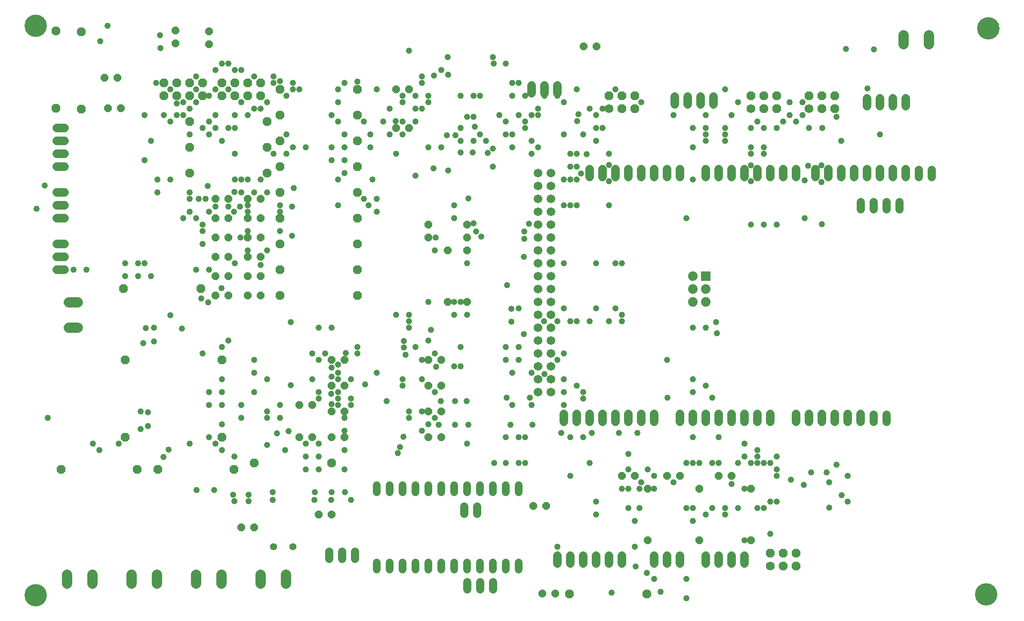
<source format=gbr>
G04 EAGLE Gerber RS-274X export*
G75*
%MOMM*%
%FSLAX34Y34*%
%LPD*%
%INSoldermask Bottom*%
%IPPOS*%
%AMOC8*
5,1,8,0,0,1.08239X$1,22.5*%
G01*
%ADD10C,4.403200*%
%ADD11C,1.711200*%
%ADD12C,1.711200*%
%ADD13C,1.625600*%
%ADD14C,1.879600*%
%ADD15R,1.879600X1.879600*%
%ADD16C,1.727200*%
%ADD17P,1.869504X8X22.500000*%
%ADD18C,1.727200*%
%ADD19C,1.993900*%
%ADD20P,1.649562X8X22.500000*%
%ADD21P,1.649562X8X292.500000*%
%ADD22P,1.869504X8X202.500000*%
%ADD23P,1.869504X8X112.500000*%
%ADD24P,1.649562X8X202.500000*%
%ADD25P,1.649562X8X112.500000*%
%ADD26C,1.524000*%
%ADD27P,1.869504X8X292.500000*%
%ADD28C,1.209600*%
%ADD29C,1.409600*%


D10*
X78000Y-57000D03*
X78000Y1065000D03*
X1954000Y1060000D03*
X1949000Y-56000D03*
D11*
X1701800Y284560D02*
X1701800Y299640D01*
X1676400Y299640D02*
X1676400Y284560D01*
X1651000Y284560D02*
X1651000Y299640D01*
X1625600Y299640D02*
X1625600Y284560D01*
X1600200Y284560D02*
X1600200Y299640D01*
X1574800Y299640D02*
X1574800Y284560D01*
X1574800Y767160D02*
X1574800Y782240D01*
X1549400Y782240D02*
X1549400Y767160D01*
X1524000Y767160D02*
X1524000Y782240D01*
X1498600Y782240D02*
X1498600Y767160D01*
X1473200Y767160D02*
X1473200Y782240D01*
X1447800Y782240D02*
X1447800Y767160D01*
X1422400Y767160D02*
X1422400Y782240D01*
X1397000Y782240D02*
X1397000Y767160D01*
X1346200Y767160D02*
X1346200Y782240D01*
X1320800Y782240D02*
X1320800Y767160D01*
X1270000Y767160D02*
X1270000Y782240D01*
X1244600Y782240D02*
X1244600Y767160D01*
X1219200Y767160D02*
X1219200Y782240D01*
X1193800Y782240D02*
X1193800Y767160D01*
X1168400Y767160D02*
X1168400Y782240D01*
X1790700Y782240D02*
X1790700Y767160D01*
X1765300Y767160D02*
X1765300Y782240D01*
X1739900Y782240D02*
X1739900Y767160D01*
X1714500Y767160D02*
X1714500Y782240D01*
X1689100Y782240D02*
X1689100Y767160D01*
X1663700Y767160D02*
X1663700Y782240D01*
X1638300Y782240D02*
X1638300Y767160D01*
X1612900Y767160D02*
X1612900Y782240D01*
D12*
X1066800Y342900D03*
X1092200Y342900D03*
X1092200Y368300D03*
X1066800Y368300D03*
X1066800Y393700D03*
X1092200Y393700D03*
X1092200Y419100D03*
X1066800Y419100D03*
X1066800Y444500D03*
X1092200Y444500D03*
X1066800Y469900D03*
X1092200Y469900D03*
X1092200Y495300D03*
X1066800Y495300D03*
X1066800Y520700D03*
X1092200Y520700D03*
X1092200Y546100D03*
X1066800Y546100D03*
X1092200Y571500D03*
X1066800Y571500D03*
X1066800Y596900D03*
X1092200Y596900D03*
X1092200Y622300D03*
X1066800Y622300D03*
X1066800Y647700D03*
X1092200Y647700D03*
X1066800Y673100D03*
X1092200Y673100D03*
X1092200Y698500D03*
X1066800Y698500D03*
X1066800Y723900D03*
X1092200Y723900D03*
X1092200Y749300D03*
X1066800Y749300D03*
X1092200Y774700D03*
X1066800Y774700D03*
D11*
X1295400Y767160D02*
X1295400Y782240D01*
X1295400Y299640D02*
X1295400Y284560D01*
X1270000Y284560D02*
X1270000Y299640D01*
X1219200Y299640D02*
X1219200Y284560D01*
X1193800Y284560D02*
X1193800Y299640D01*
X1168400Y299640D02*
X1168400Y284560D01*
X1143000Y284560D02*
X1143000Y299640D01*
X1117600Y299640D02*
X1117600Y284560D01*
X1244600Y284560D02*
X1244600Y299640D01*
X1524000Y299640D02*
X1524000Y284560D01*
X1498600Y284560D02*
X1498600Y299640D01*
X1447800Y299640D02*
X1447800Y284560D01*
X1422400Y284560D02*
X1422400Y299640D01*
X1397000Y299640D02*
X1397000Y284560D01*
X1371600Y284560D02*
X1371600Y299640D01*
X1346200Y299640D02*
X1346200Y284560D01*
X1473200Y284560D02*
X1473200Y299640D01*
D13*
X1701800Y704088D02*
X1701800Y718312D01*
X1727200Y718312D02*
X1727200Y704088D01*
X1752600Y704088D02*
X1752600Y718312D01*
X1778000Y718312D02*
X1778000Y704088D01*
X1727200Y299212D02*
X1727200Y284988D01*
X1752600Y284988D02*
X1752600Y299212D01*
X1816100Y767588D02*
X1816100Y781812D01*
X1841500Y781812D02*
X1841500Y767588D01*
D14*
X1371600Y571500D03*
X1371600Y546100D03*
X1371600Y520700D03*
X1397000Y520700D03*
X1397000Y546100D03*
D15*
X1397000Y571500D03*
D11*
X1790700Y767160D02*
X1790700Y782240D01*
D16*
X1600200Y901700D03*
D17*
X1625600Y901700D03*
X1651000Y901700D03*
X1600200Y927100D03*
X1625600Y927100D03*
X1651000Y927100D03*
D16*
X1485900Y901700D03*
D17*
X1511300Y901700D03*
X1536700Y901700D03*
X1485900Y927100D03*
X1511300Y927100D03*
X1536700Y927100D03*
D18*
X134620Y584200D02*
X119380Y584200D01*
X119380Y609600D02*
X134620Y609600D01*
X134620Y635000D02*
X119380Y635000D01*
X119380Y685800D02*
X134620Y685800D01*
X134620Y711200D02*
X119380Y711200D01*
X119380Y736600D02*
X134620Y736600D01*
D19*
X394100Y-16447D02*
X394100Y-34354D01*
X444100Y-34354D02*
X444100Y-16447D01*
X521100Y-16447D02*
X521100Y-34354D01*
X571100Y-34354D02*
X571100Y-16447D01*
D20*
X1231900Y177800D03*
X1257300Y177800D03*
X1320800Y177800D03*
X1346200Y177800D03*
X1422400Y177800D03*
X1447800Y177800D03*
D21*
X1282700Y152400D03*
X1282700Y50800D03*
X1384300Y152400D03*
X1384300Y50800D03*
X1485900Y152400D03*
X1485900Y50800D03*
D17*
X444500Y927100D03*
X469900Y927100D03*
X495300Y927100D03*
X520700Y927100D03*
X444500Y952500D03*
X469900Y952500D03*
X495300Y952500D03*
X520700Y952500D03*
X330200Y927100D03*
X355600Y927100D03*
X381000Y927100D03*
X406400Y927100D03*
X330200Y952500D03*
X355600Y952500D03*
X381000Y952500D03*
X406400Y952500D03*
D19*
X161354Y520300D02*
X143447Y520300D01*
X143447Y470300D02*
X161354Y470300D01*
D18*
X1295400Y20320D02*
X1295400Y5080D01*
X1320800Y5080D02*
X1320800Y20320D01*
X1346200Y20320D02*
X1346200Y5080D01*
D17*
X558800Y736600D03*
X711200Y736600D03*
X558800Y787400D03*
X711200Y787400D03*
X558800Y685800D03*
X711200Y685800D03*
X558800Y838200D03*
X711200Y838200D03*
X558800Y889000D03*
X711200Y889000D03*
X558800Y939800D03*
X711200Y939800D03*
D22*
X711200Y635000D03*
X558800Y635000D03*
X711200Y584200D03*
X558800Y584200D03*
X533400Y774700D03*
X381000Y774700D03*
X711200Y533400D03*
X558800Y533400D03*
X533400Y876300D03*
X381000Y876300D03*
X533400Y825500D03*
X381000Y825500D03*
D20*
X495300Y723900D03*
X520700Y723900D03*
X431800Y723900D03*
X457200Y723900D03*
X495300Y685800D03*
X520700Y685800D03*
X431800Y685800D03*
X457200Y685800D03*
X495300Y647700D03*
X520700Y647700D03*
X431800Y647700D03*
X457200Y647700D03*
X495300Y609600D03*
X520700Y609600D03*
X431800Y609600D03*
X457200Y609600D03*
X431800Y571500D03*
X457200Y571500D03*
X495300Y571500D03*
X520700Y571500D03*
X431800Y533400D03*
X457200Y533400D03*
X495300Y533400D03*
X520700Y533400D03*
D16*
X1206500Y901700D03*
D17*
X1231900Y901700D03*
X1257300Y901700D03*
X1206500Y927100D03*
X1231900Y927100D03*
X1257300Y927100D03*
D18*
X1054100Y932180D02*
X1054100Y947420D01*
X1079500Y947420D02*
X1079500Y932180D01*
X1104900Y932180D02*
X1104900Y947420D01*
D23*
X444500Y254000D03*
X444500Y406400D03*
X254000Y254000D03*
X254000Y406400D03*
D20*
X596900Y254000D03*
X622300Y254000D03*
D24*
X685800Y355600D03*
X660400Y355600D03*
D20*
X850900Y406400D03*
X876300Y406400D03*
X850900Y355600D03*
X876300Y355600D03*
D24*
X685800Y406400D03*
X660400Y406400D03*
D20*
X596900Y317500D03*
X622300Y317500D03*
D18*
X134620Y787400D02*
X119380Y787400D01*
X119380Y812800D02*
X134620Y812800D01*
X134620Y838200D02*
X119380Y838200D01*
X119380Y863600D02*
X134620Y863600D01*
D17*
X508000Y203200D03*
X660400Y203200D03*
D16*
X1524000Y0D03*
D17*
X1549400Y0D03*
X1574800Y0D03*
X1524000Y25400D03*
X1549400Y25400D03*
X1574800Y25400D03*
D19*
X267100Y-16447D02*
X267100Y-34354D01*
X317100Y-34354D02*
X317100Y-16447D01*
X140100Y-16447D02*
X140100Y-34354D01*
X190100Y-34354D02*
X190100Y-16447D01*
D18*
X1104900Y5080D02*
X1104900Y20320D01*
X1130300Y20320D02*
X1130300Y5080D01*
X1155700Y5080D02*
X1155700Y20320D01*
X1181100Y20320D02*
X1181100Y5080D01*
X1206500Y5080D02*
X1206500Y20320D01*
X1231900Y20320D02*
X1231900Y5080D01*
D25*
X850900Y647700D03*
X850900Y673100D03*
X889000Y520700D03*
X889000Y622300D03*
X927100Y647700D03*
X927100Y673100D03*
X927100Y520700D03*
X927100Y622300D03*
D20*
X787400Y863600D03*
X812800Y863600D03*
X787400Y939800D03*
X812800Y939800D03*
D18*
X1714500Y922020D02*
X1714500Y906780D01*
X1739900Y906780D02*
X1739900Y922020D01*
X1765300Y922020D02*
X1765300Y906780D01*
X1790700Y906780D02*
X1790700Y922020D01*
X1397000Y20320D02*
X1397000Y5080D01*
X1422400Y5080D02*
X1422400Y20320D01*
X1447800Y20320D02*
X1447800Y5080D01*
X1473200Y5080D02*
X1473200Y20320D01*
D22*
X468630Y190500D03*
X318770Y190500D03*
X278130Y190500D03*
X128270Y190500D03*
D18*
X1412240Y910590D02*
X1412240Y925830D01*
X1386840Y925830D02*
X1386840Y910590D01*
X1361440Y910590D02*
X1361440Y925830D01*
X1336040Y925830D02*
X1336040Y910590D01*
D20*
X850900Y254000D03*
X876300Y254000D03*
X850900Y304800D03*
X876300Y304800D03*
D24*
X685800Y304800D03*
X660400Y304800D03*
X685800Y254000D03*
X660400Y254000D03*
D13*
X977900Y-30988D02*
X977900Y-45212D01*
X952500Y-45212D02*
X952500Y-30988D01*
X927100Y-30988D02*
X927100Y-45212D01*
X706500Y14788D02*
X706500Y29012D01*
X681100Y29012D02*
X681100Y14788D01*
X655700Y14788D02*
X655700Y29012D01*
D20*
X482600Y76200D03*
X508000Y76200D03*
D13*
X946900Y103688D02*
X946900Y117912D01*
X921500Y117912D02*
X921500Y103688D01*
D24*
X660400Y101600D03*
X635000Y101600D03*
D26*
X749300Y6604D02*
X749300Y-6604D01*
X774700Y-6604D02*
X774700Y6604D01*
X800100Y6604D02*
X800100Y-6604D01*
X825500Y-6604D02*
X825500Y6604D01*
X850900Y6604D02*
X850900Y-6604D01*
X876300Y-6604D02*
X876300Y6604D01*
X901700Y6604D02*
X901700Y-6604D01*
X927100Y-6604D02*
X927100Y6604D01*
X952500Y6604D02*
X952500Y-6604D01*
X977900Y-6604D02*
X977900Y6604D01*
X1003300Y6604D02*
X1003300Y-6604D01*
X1028700Y-6604D02*
X1028700Y6604D01*
X1028700Y145796D02*
X1028700Y159004D01*
X1003300Y159004D02*
X1003300Y145796D01*
X977900Y145796D02*
X977900Y159004D01*
X952500Y159004D02*
X952500Y145796D01*
X927100Y145796D02*
X927100Y159004D01*
X901700Y159004D02*
X901700Y145796D01*
X876300Y145796D02*
X876300Y159004D01*
X850900Y159004D02*
X850900Y145796D01*
X825500Y145796D02*
X825500Y159004D01*
X800100Y159004D02*
X800100Y145796D01*
X774700Y145796D02*
X774700Y159004D01*
X749300Y159004D02*
X749300Y145796D01*
D25*
X353600Y1030300D03*
X353600Y1055700D03*
X419300Y1029200D03*
X419300Y1054600D03*
D20*
X213800Y963000D03*
X239200Y963000D03*
X220100Y903000D03*
X245500Y903000D03*
D23*
X118000Y902500D03*
X118000Y1054900D03*
D27*
X167700Y1053300D03*
X167700Y900900D03*
D24*
X1083500Y118500D03*
X1058100Y118500D03*
D17*
X251200Y547000D03*
X403600Y547000D03*
D19*
X1837000Y1028747D02*
X1837000Y1046654D01*
X1787000Y1046654D02*
X1787000Y1028747D01*
D22*
X1281200Y-55000D03*
X1128800Y-55000D03*
D24*
X1100700Y-54000D03*
X1075300Y-54000D03*
D20*
X1157300Y1025000D03*
X1182700Y1025000D03*
D28*
X1536700Y673100D03*
X1536700Y863600D03*
X1587500Y889000D03*
X1562100Y889000D03*
X1511300Y863600D03*
X1511300Y825500D03*
X1511300Y812800D03*
X1511300Y673100D03*
X1587500Y914400D03*
X1562100Y914400D03*
X1485900Y863600D03*
X1485900Y825500D03*
X1485900Y812800D03*
X1485900Y790400D03*
X1485900Y759000D03*
X1485900Y673100D03*
X1549400Y876300D03*
X1498600Y876300D03*
X1574800Y876300D03*
X862600Y967200D03*
X838200Y952500D03*
X861600Y784400D03*
X800100Y850900D03*
X787400Y495300D03*
X812800Y495300D03*
X863600Y622300D03*
X865600Y647700D03*
X806600Y416600D03*
X863600Y419100D03*
X800100Y355600D03*
X863600Y342900D03*
X812800Y292100D03*
X863600Y292100D03*
X1147000Y890500D03*
X1168400Y901700D03*
X1270000Y914400D03*
X1333500Y889000D03*
X1397000Y889000D03*
X1447800Y889000D03*
X1460500Y914400D03*
X342900Y939800D03*
X393700Y939800D03*
X940000Y886000D03*
X905000Y849000D03*
X888000Y849000D03*
X890000Y780000D03*
X940000Y676000D03*
X930000Y725000D03*
X366000Y468000D03*
X418000Y520000D03*
X1676400Y177800D03*
X1676400Y127000D03*
X1358900Y-63500D03*
X1358900Y-25400D03*
X1219400Y939800D03*
X1435100Y939800D03*
X901700Y711200D03*
X901700Y685800D03*
X850900Y520700D03*
X856400Y465900D03*
X825500Y431800D03*
X803100Y431300D03*
X838200Y406400D03*
X838200Y368300D03*
X850900Y279400D03*
X812800Y304800D03*
X838200Y304800D03*
X850900Y927100D03*
X952500Y927100D03*
X1028700Y952500D03*
X1143000Y939800D03*
X978400Y823000D03*
X1041400Y876300D03*
X1028700Y889000D03*
X1016000Y927100D03*
X800100Y368300D03*
X1257300Y38100D03*
X1104900Y38100D03*
X980600Y203200D03*
X927100Y241300D03*
X323000Y1047000D03*
X324000Y1021000D03*
X812800Y1016000D03*
X1728000Y1019000D03*
X1716000Y942000D03*
X343000Y495000D03*
X404000Y528000D03*
X586000Y745000D03*
X583000Y709000D03*
X583000Y651000D03*
X444000Y548000D03*
X795000Y235000D03*
X1117600Y342900D03*
X1155700Y342900D03*
X1219200Y508000D03*
X1219200Y596900D03*
X1358900Y685800D03*
X1371600Y762000D03*
X1371600Y825500D03*
X1371600Y863600D03*
X1397000Y863600D03*
X1435100Y863600D03*
X1231900Y495300D03*
X1231900Y596900D03*
X1592500Y685800D03*
X1592500Y760500D03*
X1598700Y789400D03*
X1600200Y863600D03*
X1231900Y152400D03*
X1257300Y88900D03*
X1371600Y88900D03*
X1333500Y165100D03*
X1447800Y161600D03*
X1473200Y50800D03*
X1295400Y177800D03*
X1295400Y152400D03*
X979900Y990600D03*
X964900Y838200D03*
X1371600Y342900D03*
X1320800Y406400D03*
X1231900Y482600D03*
X1206500Y482600D03*
X1168400Y482600D03*
X1143000Y482600D03*
X1130300Y482600D03*
X1104900Y482600D03*
X1079300Y482600D03*
X1028700Y508000D03*
X1244600Y221400D03*
X1244600Y190500D03*
X1244600Y152400D03*
X1244600Y114300D03*
X1259000Y-1000D03*
X1212000Y-52000D03*
X609600Y190500D03*
X609600Y215900D03*
X726400Y358100D03*
X673100Y342900D03*
X711200Y419100D03*
X688300Y420100D03*
X660400Y469900D03*
X647700Y419100D03*
X533400Y239300D03*
X569300Y229100D03*
X533400Y292100D03*
X558800Y292100D03*
X220000Y1065000D03*
X205000Y1035000D03*
X952500Y850900D03*
X942800Y866600D03*
X914400Y838200D03*
X914400Y815300D03*
X927100Y885500D03*
X914400Y863600D03*
X609600Y825500D03*
X584200Y825500D03*
X546100Y812800D03*
X469900Y812800D03*
X469900Y762000D03*
X431800Y939800D03*
X431800Y889000D03*
X469900Y889000D03*
X469900Y863600D03*
X469000Y738000D03*
X393700Y965200D03*
X315500Y952500D03*
X368300Y685800D03*
X393700Y685800D03*
X495300Y660400D03*
X558800Y660400D03*
X685800Y774700D03*
X685800Y800100D03*
X685800Y825500D03*
X685800Y850900D03*
X736600Y850900D03*
X736600Y825500D03*
X850900Y825500D03*
X876300Y825500D03*
X317500Y762000D03*
X342900Y762000D03*
X990600Y889000D03*
X1003300Y990600D03*
X939800Y838200D03*
X938300Y815800D03*
X945000Y660000D03*
X1040000Y660000D03*
X955000Y650000D03*
X1040000Y645000D03*
X1016000Y952500D03*
X977900Y1003300D03*
X546100Y952500D03*
X520700Y762000D03*
X533400Y736600D03*
X495300Y622300D03*
X533400Y622300D03*
X939800Y927100D03*
X914400Y927100D03*
X508000Y901700D03*
X495300Y889000D03*
X495300Y762000D03*
X508000Y736600D03*
X890000Y968700D03*
X889000Y1003300D03*
X481100Y647700D03*
X480600Y709200D03*
X457200Y709200D03*
X432300Y708700D03*
X412600Y724400D03*
X417100Y749800D03*
X304800Y838200D03*
X876300Y977900D03*
X838200Y965200D03*
X546100Y965200D03*
X508000Y965200D03*
X342900Y876300D03*
X419100Y850900D03*
X482600Y914400D03*
X457200Y939800D03*
X457200Y863600D03*
X398900Y723900D03*
X406400Y673100D03*
X406400Y660400D03*
X406400Y635000D03*
X482600Y977900D03*
X571500Y927100D03*
X800100Y914400D03*
X825500Y901700D03*
X838200Y901700D03*
X850900Y914400D03*
X520700Y593900D03*
X469900Y596900D03*
X393700Y914400D03*
X381000Y901700D03*
X292100Y800100D03*
X685800Y952500D03*
X800100Y927100D03*
X825500Y927100D03*
X584200Y939800D03*
X533400Y914400D03*
X520700Y901700D03*
X444500Y838200D03*
X431800Y863600D03*
X406400Y863600D03*
X381000Y850900D03*
X330200Y889000D03*
X381000Y736600D03*
X317500Y736600D03*
X393700Y584200D03*
X419100Y584200D03*
X292100Y889000D03*
X482600Y736600D03*
X482600Y762000D03*
X419100Y876300D03*
X419100Y927100D03*
X825500Y769700D03*
X740900Y762000D03*
X673100Y762000D03*
X558800Y711200D03*
X495300Y711200D03*
X968000Y815000D03*
X825500Y876300D03*
X800100Y876300D03*
X786900Y877300D03*
X762000Y876300D03*
X723900Y876300D03*
X673100Y876300D03*
X571500Y850900D03*
X571500Y812800D03*
X431800Y977900D03*
X444500Y990600D03*
X368300Y914400D03*
X368300Y889000D03*
X381000Y723900D03*
X381000Y698500D03*
X457200Y990600D03*
X711200Y955500D03*
X749300Y939800D03*
X774700Y901700D03*
X774700Y850900D03*
X787400Y812800D03*
X355600Y912400D03*
X355600Y889000D03*
X419300Y698500D03*
X468200Y698500D03*
X558800Y698500D03*
X495300Y698500D03*
X673100Y711200D03*
X733900Y711200D03*
X1143000Y787400D03*
X1143000Y812800D03*
X1193800Y863600D03*
X1193800Y901700D03*
X1130300Y762000D03*
X1130300Y711200D03*
X1016000Y825500D03*
X1054100Y838200D03*
X1117600Y850900D03*
X1155700Y850900D03*
X1181100Y863600D03*
X1181100Y889000D03*
X1371600Y368300D03*
X1397000Y355600D03*
X1409700Y203200D03*
X1409700Y114300D03*
X1371600Y254000D03*
X1422400Y254000D03*
X1422400Y203200D03*
X1435100Y114300D03*
X1358900Y203200D03*
X1358900Y114300D03*
X1282700Y190500D03*
X1270000Y165100D03*
X1267000Y152400D03*
X1267000Y114300D03*
X1016000Y850900D03*
X1041400Y863600D03*
X1117600Y914400D03*
X1104900Y927100D03*
X1117600Y508000D03*
X1117600Y596900D03*
X1143000Y711200D03*
X1143000Y762000D03*
X1151700Y774400D03*
X1163200Y811800D03*
X1181100Y838200D03*
X1144000Y877300D03*
X1003300Y850900D03*
X1003300Y876300D03*
X1066800Y901700D03*
X1079500Y927100D03*
X977900Y787400D03*
X1054100Y812800D03*
X1066800Y825500D03*
X1066800Y889000D03*
X1054100Y889000D03*
X1041400Y927100D03*
X190500Y241300D03*
X241300Y241300D03*
X381000Y241300D03*
X431800Y241300D03*
X279400Y596900D03*
X279400Y571500D03*
X444500Y368300D03*
X533400Y368300D03*
X622300Y368300D03*
X660400Y373300D03*
X673100Y368300D03*
X698500Y368300D03*
X698500Y330200D03*
X673100Y330200D03*
X659900Y339900D03*
X635000Y342900D03*
X508000Y406400D03*
X457200Y444500D03*
X177800Y584200D03*
X152400Y584200D03*
X96000Y750000D03*
X80000Y705000D03*
X838200Y266700D03*
X1605000Y185000D03*
X1635000Y185000D03*
X802000Y255000D03*
X553100Y261700D03*
X576000Y266200D03*
X609600Y241300D03*
X635000Y241300D03*
X635000Y215900D03*
X635000Y190500D03*
X635000Y406400D03*
X635000Y469900D03*
X508000Y381000D03*
X444500Y431800D03*
X304800Y571500D03*
X292100Y596900D03*
X254000Y596900D03*
X254000Y571500D03*
X406400Y419100D03*
X419100Y342900D03*
X444500Y342900D03*
X508000Y342900D03*
X1565000Y170000D03*
X1640000Y165000D03*
X1536700Y215900D03*
X1536700Y190500D03*
X1536700Y177800D03*
X1536700Y127000D03*
X1524000Y203200D03*
X1524000Y127000D03*
X1473200Y241300D03*
X1498600Y228600D03*
X1511300Y203200D03*
X1511300Y114300D03*
X1524000Y63500D03*
X1371600Y203200D03*
X1371600Y114300D03*
X1397000Y101600D03*
X1435100Y101600D03*
X1473200Y215900D03*
X1498600Y215900D03*
X1498600Y203200D03*
X1498600Y114300D03*
X1460500Y203200D03*
X1460500Y114300D03*
X1028700Y431800D03*
X1028700Y406400D03*
X1028700Y254000D03*
X1028700Y203200D03*
X1130300Y254000D03*
X1130300Y177800D03*
X1041400Y254000D03*
X1041400Y203200D03*
X1117600Y368300D03*
X1143000Y355600D03*
X1155700Y254000D03*
X1168400Y203200D03*
X1181100Y127000D03*
X1181100Y101600D03*
X1054100Y381000D03*
X1016000Y381000D03*
X1003300Y406400D03*
X1003300Y431800D03*
X901700Y495300D03*
X901700Y520700D03*
X1371600Y469900D03*
X1397000Y469900D03*
X1485900Y203200D03*
X1473200Y152400D03*
X1384300Y203200D03*
X1397000Y838200D03*
X1435100Y838200D03*
X1663700Y838200D03*
X1739900Y850900D03*
X1397000Y850900D03*
X1435100Y850900D03*
X1155700Y330200D03*
X1117600Y317500D03*
X1054100Y317500D03*
X1016000Y317500D03*
X901700Y393700D03*
X866800Y393200D03*
X927100Y596900D03*
X812800Y469900D03*
X803100Y444000D03*
X1039600Y609600D03*
X1117600Y711200D03*
X1117600Y762000D03*
X1130300Y787400D03*
X1130300Y812800D03*
X927100Y495300D03*
X914400Y520700D03*
X203200Y228600D03*
X419100Y254000D03*
X444500Y279400D03*
X482600Y292100D03*
X673100Y381000D03*
X749300Y381000D03*
X622300Y419100D03*
X660400Y391700D03*
X101600Y292100D03*
X419100Y317500D03*
X444500Y317500D03*
X482600Y317500D03*
X444500Y228600D03*
X340000Y230000D03*
X1590000Y160000D03*
X1640000Y115000D03*
X1104900Y406400D03*
X1117600Y419100D03*
X1181100Y508000D03*
X1181100Y596900D03*
X1206500Y711200D03*
X1206500Y759000D03*
X1206500Y790900D03*
X1206500Y812800D03*
X1308100Y-50800D03*
X1295400Y-25400D03*
X812800Y482600D03*
X850900Y444500D03*
X914400Y431800D03*
X914400Y393700D03*
X1003300Y254000D03*
X1003300Y203200D03*
X469900Y977900D03*
X558800Y956000D03*
X584200Y952500D03*
X596900Y939800D03*
X673100Y939800D03*
X673100Y914400D03*
X660400Y889000D03*
X660400Y825500D03*
X660400Y800100D03*
X723900Y723900D03*
X749300Y723900D03*
X749300Y698500D03*
X1665000Y140000D03*
X1655000Y200000D03*
D29*
X584200Y38100D03*
X546100Y38100D03*
D28*
X685800Y228600D03*
X685800Y190500D03*
X711200Y431800D03*
X673100Y396900D03*
X685800Y266700D03*
X685800Y292100D03*
X533400Y304800D03*
X558800Y317500D03*
X635000Y330200D03*
X660400Y319000D03*
X673100Y317500D03*
X698500Y317500D03*
X580000Y481000D03*
X580000Y357000D03*
X1673000Y1020000D03*
X1655000Y886000D03*
X1627000Y864000D03*
X1625000Y790000D03*
X1625000Y757000D03*
X1626000Y674000D03*
X1418000Y481000D03*
X1419000Y459000D03*
X1410000Y332000D03*
X1322000Y332000D03*
X469000Y128000D03*
X497000Y128000D03*
X545000Y131000D03*
X627000Y131000D03*
X660000Y131000D03*
X699000Y131000D03*
X791000Y223000D03*
X872000Y279000D03*
X904000Y279000D03*
X930000Y279000D03*
X1013000Y279000D03*
X1056000Y279000D03*
X1113000Y263000D03*
X1173000Y263000D03*
X1226000Y263000D03*
X1263000Y263000D03*
X311000Y470000D03*
X311000Y443000D03*
X299000Y303000D03*
X299000Y276000D03*
X467000Y141000D03*
X497000Y141000D03*
X545000Y146000D03*
X628000Y146000D03*
X661000Y146000D03*
X687000Y146000D03*
X769000Y325000D03*
X876000Y325000D03*
X904000Y325000D03*
X927000Y325000D03*
X1005000Y332000D03*
X1051000Y332000D03*
X1080000Y379000D03*
X1039000Y457000D03*
X1015000Y482000D03*
X1015000Y507000D03*
X1006000Y554000D03*
X1049000Y675000D03*
X295000Y469000D03*
X290000Y440000D03*
X285000Y305000D03*
X285000Y270000D03*
X395000Y150000D03*
X430000Y150000D03*
X1281000Y-13000D03*
X469100Y216000D03*
X330000Y215000D03*
M02*

</source>
